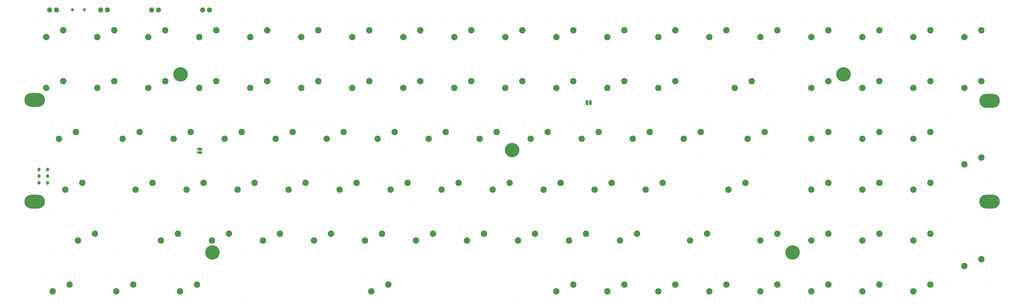
<source format=gts>
G04 Layer_Color=8388736*
%FSLAX25Y25*%
%MOIN*%
G70*
G01*
G75*
G04:AMPARAMS|DCode=40|XSize=39.5mil|YSize=70.99mil|CornerRadius=11.87mil|HoleSize=0mil|Usage=FLASHONLY|Rotation=0.000|XOffset=0mil|YOffset=0mil|HoleType=Round|Shape=RoundedRectangle|*
%AMROUNDEDRECTD40*
21,1,0.03950,0.04724,0,0,0.0*
21,1,0.01575,0.07099,0,0,0.0*
1,1,0.02375,0.00787,-0.02362*
1,1,0.02375,-0.00787,-0.02362*
1,1,0.02375,-0.00787,0.02362*
1,1,0.02375,0.00787,0.02362*
%
%ADD40ROUNDEDRECTD40*%
G04:AMPARAMS|DCode=41|XSize=39.5mil|YSize=70.99mil|CornerRadius=11.87mil|HoleSize=0mil|Usage=FLASHONLY|Rotation=90.000|XOffset=0mil|YOffset=0mil|HoleType=Round|Shape=RoundedRectangle|*
%AMROUNDEDRECTD41*
21,1,0.03950,0.04724,0,0,90.0*
21,1,0.01575,0.07099,0,0,90.0*
1,1,0.02375,0.02362,0.00787*
1,1,0.02375,0.02362,-0.00787*
1,1,0.02375,-0.02362,-0.00787*
1,1,0.02375,-0.02362,0.00787*
%
%ADD41ROUNDEDRECTD41*%
%ADD42C,0.00800*%
%ADD43R,0.04068X0.04068*%
%ADD44C,0.04068*%
%ADD45C,0.04737*%
%ADD46O,0.04343X0.05524*%
%ADD47R,0.04068X0.04068*%
%ADD48C,0.21272*%
%ADD49O,0.30328X0.20485*%
%ADD50C,0.09461*%
%ADD51P,0.08110X8X22.5*%
%ADD52C,0.07493*%
D40*
X826700Y293700D02*
D03*
X821779D02*
D03*
D41*
X252600Y220079D02*
D03*
Y225000D02*
D03*
D42*
X674615Y411236D02*
D03*
X812410Y371866D02*
D03*
X549909Y221861D02*
D03*
X568665Y146866D02*
D03*
X430870Y186236D02*
D03*
X412114Y261231D02*
D03*
X318062Y67732D02*
D03*
Y7732D02*
D03*
X711765D02*
D03*
Y67732D02*
D03*
X1414281Y269609D02*
D03*
X1354281D02*
D03*
Y175613D02*
D03*
X1414281D02*
D03*
Y119632D02*
D03*
X1354281D02*
D03*
Y25636D02*
D03*
X1414281D02*
D03*
X1096278Y307732D02*
D03*
Y367732D02*
D03*
X1002282D02*
D03*
Y307732D02*
D03*
X1086902Y157732D02*
D03*
Y217732D02*
D03*
X992906D02*
D03*
Y157732D02*
D03*
X36657Y137732D02*
D03*
Y77732D02*
D03*
X130653D02*
D03*
Y137732D02*
D03*
X956782Y35232D02*
D03*
X916782D02*
D03*
X936782D02*
D03*
X806782D02*
D03*
X766782D02*
D03*
X786782D02*
D03*
X956783Y335232D02*
D03*
X916783D02*
D03*
X936783D02*
D03*
X881783D02*
D03*
X841783D02*
D03*
X861783D02*
D03*
X825537Y110232D02*
D03*
X785537D02*
D03*
X805537D02*
D03*
X900537D02*
D03*
X860537D02*
D03*
X880537D02*
D03*
X806783Y335232D02*
D03*
X766783D02*
D03*
X786783D02*
D03*
X131783D02*
D03*
X91783D02*
D03*
X111783D02*
D03*
X206783D02*
D03*
X166783D02*
D03*
X186783D02*
D03*
X281783D02*
D03*
X241783D02*
D03*
X261783D02*
D03*
X356783D02*
D03*
X316783D02*
D03*
X336783D02*
D03*
X431783D02*
D03*
X391783D02*
D03*
X411783D02*
D03*
X506783D02*
D03*
X466783D02*
D03*
X486783D02*
D03*
X581783D02*
D03*
X541783D02*
D03*
X561783D02*
D03*
X656783D02*
D03*
X616783D02*
D03*
X636783D02*
D03*
X731783D02*
D03*
X691783D02*
D03*
X711783D02*
D03*
X919281Y260227D02*
D03*
X879282D02*
D03*
X899282D02*
D03*
X1088033D02*
D03*
X1048033D02*
D03*
X1068033D02*
D03*
X994282D02*
D03*
X954282D02*
D03*
X974282D02*
D03*
X253659Y35232D02*
D03*
X213659D02*
D03*
X233659D02*
D03*
X188037Y185232D02*
D03*
X148037D02*
D03*
X168036D02*
D03*
X1069282Y335232D02*
D03*
X1029282D02*
D03*
X1049282D02*
D03*
X525537Y110232D02*
D03*
X485537D02*
D03*
X505537D02*
D03*
X84911Y185232D02*
D03*
X44911D02*
D03*
X64911D02*
D03*
X375537Y110232D02*
D03*
X335537D02*
D03*
X355537D02*
D03*
X66158Y35232D02*
D03*
X26158D02*
D03*
X46158D02*
D03*
X1106782Y410232D02*
D03*
X1066782D02*
D03*
X1086782D02*
D03*
X1106782Y35232D02*
D03*
X1066782D02*
D03*
X1086782D02*
D03*
X338037Y185232D02*
D03*
X298037D02*
D03*
X318037D02*
D03*
X1256782Y410232D02*
D03*
X1216782D02*
D03*
X1236782D02*
D03*
X1059906Y185232D02*
D03*
X1019906D02*
D03*
X1039906D02*
D03*
X56783Y410232D02*
D03*
X16783D02*
D03*
X36783D02*
D03*
X319281Y260227D02*
D03*
X279281D02*
D03*
X299281D02*
D03*
X131783Y410232D02*
D03*
X91783D02*
D03*
X111783D02*
D03*
X206783D02*
D03*
X166783D02*
D03*
X186783D02*
D03*
X281783D02*
D03*
X241783D02*
D03*
X261783D02*
D03*
X356783D02*
D03*
X316783D02*
D03*
X336783D02*
D03*
X431783D02*
D03*
X391783D02*
D03*
X411783D02*
D03*
X506783D02*
D03*
X466783D02*
D03*
X486783D02*
D03*
X581783D02*
D03*
X541783D02*
D03*
X561783D02*
D03*
X656782D02*
D03*
X616783D02*
D03*
X636783D02*
D03*
X731782D02*
D03*
X691782D02*
D03*
X711782D02*
D03*
X806782D02*
D03*
X766782D02*
D03*
X786782D02*
D03*
X881782D02*
D03*
X841782D02*
D03*
X861782D02*
D03*
X956782D02*
D03*
X916782D02*
D03*
X936782D02*
D03*
X881782Y35232D02*
D03*
X841782D02*
D03*
X861782D02*
D03*
X413037Y185232D02*
D03*
X373037D02*
D03*
X393037D02*
D03*
X488037D02*
D03*
X448037D02*
D03*
X468037D02*
D03*
X1181782Y410232D02*
D03*
X1141782D02*
D03*
X1161782D02*
D03*
X563037Y185232D02*
D03*
X523037D02*
D03*
X543037D02*
D03*
X694281Y260227D02*
D03*
X654281D02*
D03*
X674281D02*
D03*
X638037Y185232D02*
D03*
X598037D02*
D03*
X618037D02*
D03*
X713037D02*
D03*
X673037D02*
D03*
X693037D02*
D03*
X1031782Y35232D02*
D03*
X991782D02*
D03*
X1011782D02*
D03*
X788037Y185232D02*
D03*
X748037D02*
D03*
X768037D02*
D03*
X675537Y110232D02*
D03*
X635537D02*
D03*
X655537D02*
D03*
X600537D02*
D03*
X560537D02*
D03*
X580537D02*
D03*
X1256782Y35232D02*
D03*
X1216782D02*
D03*
X1236782D02*
D03*
X1181782Y110232D02*
D03*
X1141782D02*
D03*
X1161782D02*
D03*
X1256782D02*
D03*
X1216782D02*
D03*
X1236782D02*
D03*
X1331782D02*
D03*
X1291782D02*
D03*
X1311782D02*
D03*
X1181782Y185232D02*
D03*
X1141782D02*
D03*
X1161782D02*
D03*
X1256782D02*
D03*
X1216782D02*
D03*
X1236782D02*
D03*
X1331782D02*
D03*
X1291782D02*
D03*
X1311782D02*
D03*
X1181782Y260232D02*
D03*
X1141782D02*
D03*
X1161782D02*
D03*
X1256782D02*
D03*
X1216782D02*
D03*
X1236782D02*
D03*
X1331782D02*
D03*
X1291782D02*
D03*
X1311782D02*
D03*
X1331782Y335232D02*
D03*
X1291782D02*
D03*
X1311782D02*
D03*
X1406781Y222613D02*
D03*
X1366781D02*
D03*
X1386781D02*
D03*
X1406782Y335232D02*
D03*
X1366782D02*
D03*
X1386782D02*
D03*
X1331782Y35232D02*
D03*
X1291782D02*
D03*
X1311782D02*
D03*
X1256782Y335232D02*
D03*
X1216782D02*
D03*
X1236782D02*
D03*
X1406781Y72636D02*
D03*
X1366781D02*
D03*
X1386781D02*
D03*
X1181782Y335232D02*
D03*
X1141782D02*
D03*
X1161782D02*
D03*
X769281Y260227D02*
D03*
X729281D02*
D03*
X749281D02*
D03*
X1406781Y410232D02*
D03*
X1366781D02*
D03*
X1386781D02*
D03*
X1331782Y410232D02*
D03*
X1291782D02*
D03*
X1311782D02*
D03*
X844281Y260227D02*
D03*
X804281D02*
D03*
X824281D02*
D03*
X169281D02*
D03*
X129281D02*
D03*
X149281D02*
D03*
X1181782Y35232D02*
D03*
X1141782D02*
D03*
X1161782D02*
D03*
X394281Y260227D02*
D03*
X354281D02*
D03*
X374281D02*
D03*
X103653Y110232D02*
D03*
X63653D02*
D03*
X83653D02*
D03*
X1003654D02*
D03*
X963654D02*
D03*
X983654D02*
D03*
X534911Y35232D02*
D03*
X494911D02*
D03*
X514912D02*
D03*
X263037Y185232D02*
D03*
X223037D02*
D03*
X243037D02*
D03*
X469281Y260227D02*
D03*
X429281D02*
D03*
X449281D02*
D03*
X1106782Y110232D02*
D03*
X1066782D02*
D03*
X1086782D02*
D03*
X619281Y260227D02*
D03*
X579281D02*
D03*
X599281D02*
D03*
X450537Y110232D02*
D03*
X410537D02*
D03*
X430537D02*
D03*
X159909Y35232D02*
D03*
X119909D02*
D03*
X139909D02*
D03*
X244281Y260227D02*
D03*
X204281D02*
D03*
X224281D02*
D03*
X300537Y110232D02*
D03*
X260537D02*
D03*
X280537D02*
D03*
X544281Y260227D02*
D03*
X504281D02*
D03*
X524281D02*
D03*
X225536Y110232D02*
D03*
X185537D02*
D03*
X205537D02*
D03*
X56783Y335232D02*
D03*
X16783D02*
D03*
X36783D02*
D03*
X750537Y110232D02*
D03*
X710537D02*
D03*
X730537D02*
D03*
X75536Y260227D02*
D03*
X35536D02*
D03*
X55536D02*
D03*
X1031782Y410232D02*
D03*
X991782D02*
D03*
X1011782D02*
D03*
X863037Y185232D02*
D03*
X823037D02*
D03*
X843037D02*
D03*
X938037D02*
D03*
X898037D02*
D03*
X918037D02*
D03*
D43*
X252600Y220079D02*
D03*
D44*
Y225000D02*
D03*
X821779Y293700D02*
D03*
D45*
X82711Y430615D02*
D03*
X65389D02*
D03*
D46*
X16235Y195075D02*
D03*
Y185232D02*
D03*
Y175390D02*
D03*
X28833Y175390D02*
D03*
Y185232D02*
D03*
Y195075D02*
D03*
D47*
X826700Y293700D02*
D03*
D48*
X224281Y335232D02*
D03*
X271156Y72733D02*
D03*
X711789Y223556D02*
D03*
X1124282Y72733D02*
D03*
X1199282Y335232D02*
D03*
D49*
X9867Y147719D02*
D03*
Y297730D02*
D03*
X1413709Y147722D02*
D03*
Y296421D02*
D03*
D50*
X951782Y25232D02*
D03*
X926782Y15232D02*
D03*
X801782Y25232D02*
D03*
X776782Y15232D02*
D03*
X951783Y325232D02*
D03*
X926783Y315232D02*
D03*
X876783Y325232D02*
D03*
X851783Y315232D02*
D03*
X820537Y100232D02*
D03*
X795537Y90232D02*
D03*
X895537Y100232D02*
D03*
X870537Y90232D02*
D03*
X801783Y325232D02*
D03*
X776783Y315232D02*
D03*
X126783Y325232D02*
D03*
X101783Y315232D02*
D03*
X201783Y325232D02*
D03*
X176783Y315232D02*
D03*
X276783Y325232D02*
D03*
X251783Y315232D02*
D03*
X351783Y325232D02*
D03*
X326783Y315232D02*
D03*
X426783Y325232D02*
D03*
X401783Y315232D02*
D03*
X501783Y325232D02*
D03*
X476783Y315232D02*
D03*
X576783Y325232D02*
D03*
X551783Y315232D02*
D03*
X651783Y325232D02*
D03*
X626783Y315232D02*
D03*
X726783Y325232D02*
D03*
X701783Y315232D02*
D03*
X914281Y250227D02*
D03*
X889281Y240227D02*
D03*
X1083033Y250227D02*
D03*
X1058033Y240227D02*
D03*
X989282Y250227D02*
D03*
X964282Y240227D02*
D03*
X248659Y25232D02*
D03*
X223659Y15232D02*
D03*
X183036Y175232D02*
D03*
X158036Y165232D02*
D03*
X1064282Y325232D02*
D03*
X1039282Y315232D02*
D03*
X520537Y100232D02*
D03*
X495537Y90232D02*
D03*
X79911Y175232D02*
D03*
X54911Y165232D02*
D03*
X370537Y100232D02*
D03*
X345537Y90232D02*
D03*
X61159Y25232D02*
D03*
X36158Y15232D02*
D03*
X1101782Y400232D02*
D03*
X1076782Y390232D02*
D03*
X1101782Y25232D02*
D03*
X1076782Y15232D02*
D03*
X333037Y175232D02*
D03*
X308037Y165232D02*
D03*
X1251782Y400232D02*
D03*
X1226782Y390232D02*
D03*
X1054906Y175232D02*
D03*
X1029906Y165232D02*
D03*
X51783Y400232D02*
D03*
X26783Y390232D02*
D03*
X314281Y250227D02*
D03*
X289281Y240227D02*
D03*
X126783Y400232D02*
D03*
X101783Y390232D02*
D03*
X201783Y400232D02*
D03*
X176783Y390232D02*
D03*
X276783Y400232D02*
D03*
X251783Y390232D02*
D03*
X351783Y400232D02*
D03*
X326783Y390232D02*
D03*
X426783Y400232D02*
D03*
X401783Y390232D02*
D03*
X501783Y400232D02*
D03*
X476783Y390232D02*
D03*
X576783Y400232D02*
D03*
X551783Y390232D02*
D03*
X651783Y400232D02*
D03*
X626783Y390232D02*
D03*
X726782Y400232D02*
D03*
X701782Y390232D02*
D03*
X801782Y400232D02*
D03*
X776782Y390232D02*
D03*
X876782Y400232D02*
D03*
X851782Y390232D02*
D03*
X951782Y400232D02*
D03*
X926782Y390232D02*
D03*
X876782Y25232D02*
D03*
X851782Y15232D02*
D03*
X408037Y175232D02*
D03*
X383037Y165232D02*
D03*
X483037Y175232D02*
D03*
X458037Y165232D02*
D03*
X1176782Y400232D02*
D03*
X1151782Y390232D02*
D03*
X558037Y175232D02*
D03*
X533037Y165232D02*
D03*
X689281Y250227D02*
D03*
X664281Y240227D02*
D03*
X633037Y175232D02*
D03*
X608037Y165232D02*
D03*
X708037Y175232D02*
D03*
X683037Y165232D02*
D03*
X1026782Y25232D02*
D03*
X1001782Y15232D02*
D03*
X783037Y175232D02*
D03*
X758037Y165232D02*
D03*
X670537Y100232D02*
D03*
X645537Y90232D02*
D03*
X595537Y100232D02*
D03*
X570537Y90232D02*
D03*
X1251782Y25232D02*
D03*
X1226782Y15232D02*
D03*
X1176782Y100232D02*
D03*
X1151782Y90232D02*
D03*
X1251782Y100232D02*
D03*
X1226782Y90232D02*
D03*
X1326782Y100232D02*
D03*
X1301782Y90232D02*
D03*
X1176782Y175232D02*
D03*
X1151782Y165232D02*
D03*
X1251782Y175232D02*
D03*
X1226782Y165232D02*
D03*
X1326782Y175232D02*
D03*
X1301782Y165232D02*
D03*
X1176782Y250232D02*
D03*
X1151782Y240232D02*
D03*
X1251782Y250232D02*
D03*
X1226782Y240232D02*
D03*
X1326782Y250232D02*
D03*
X1301782Y240232D02*
D03*
X1326782Y325232D02*
D03*
X1301782Y315232D02*
D03*
X1401781Y212613D02*
D03*
X1376781Y202613D02*
D03*
X1401782Y325232D02*
D03*
X1376782Y315232D02*
D03*
X1326782Y25232D02*
D03*
X1301782Y15232D02*
D03*
X1251782Y325232D02*
D03*
X1226782Y315232D02*
D03*
X1401781Y62636D02*
D03*
X1376781Y52636D02*
D03*
X1176782Y325232D02*
D03*
X1151782Y315232D02*
D03*
X764281Y250227D02*
D03*
X739281Y240227D02*
D03*
X1401781Y400232D02*
D03*
X1376781Y390232D02*
D03*
X1326782Y400232D02*
D03*
X1301782Y390232D02*
D03*
X839281Y250227D02*
D03*
X814281Y240227D02*
D03*
X164281Y250227D02*
D03*
X139281Y240227D02*
D03*
X1176782Y25232D02*
D03*
X1151782Y15232D02*
D03*
X389281Y250227D02*
D03*
X364281Y240227D02*
D03*
X98653Y100232D02*
D03*
X73653Y90232D02*
D03*
X998654Y100232D02*
D03*
X973654Y90232D02*
D03*
X529912Y25232D02*
D03*
X504912Y15232D02*
D03*
X258037Y175232D02*
D03*
X233037Y165232D02*
D03*
X464281Y250227D02*
D03*
X439281Y240227D02*
D03*
X1101782Y100232D02*
D03*
X1076782Y90232D02*
D03*
X614281Y250227D02*
D03*
X589281Y240227D02*
D03*
X445537Y100232D02*
D03*
X420537Y90232D02*
D03*
X154909Y25232D02*
D03*
X129909Y15232D02*
D03*
X239281Y250227D02*
D03*
X214281Y240227D02*
D03*
X295537Y100232D02*
D03*
X270537Y90232D02*
D03*
X539281Y250227D02*
D03*
X514281Y240227D02*
D03*
X220536Y100232D02*
D03*
X195536Y90232D02*
D03*
X51783Y325232D02*
D03*
X26783Y315232D02*
D03*
X745537Y100232D02*
D03*
X720537Y90232D02*
D03*
X70536Y250227D02*
D03*
X45536Y240227D02*
D03*
X1026782Y400232D02*
D03*
X1001782Y390232D02*
D03*
X858037Y175232D02*
D03*
X833037Y165232D02*
D03*
X933037Y175232D02*
D03*
X908037Y165232D02*
D03*
D51*
X31783Y430232D02*
D03*
X106783D02*
D03*
X181783D02*
D03*
X256783D02*
D03*
D52*
X41783D02*
D03*
X116783D02*
D03*
X191783D02*
D03*
X266783D02*
D03*
M02*

</source>
